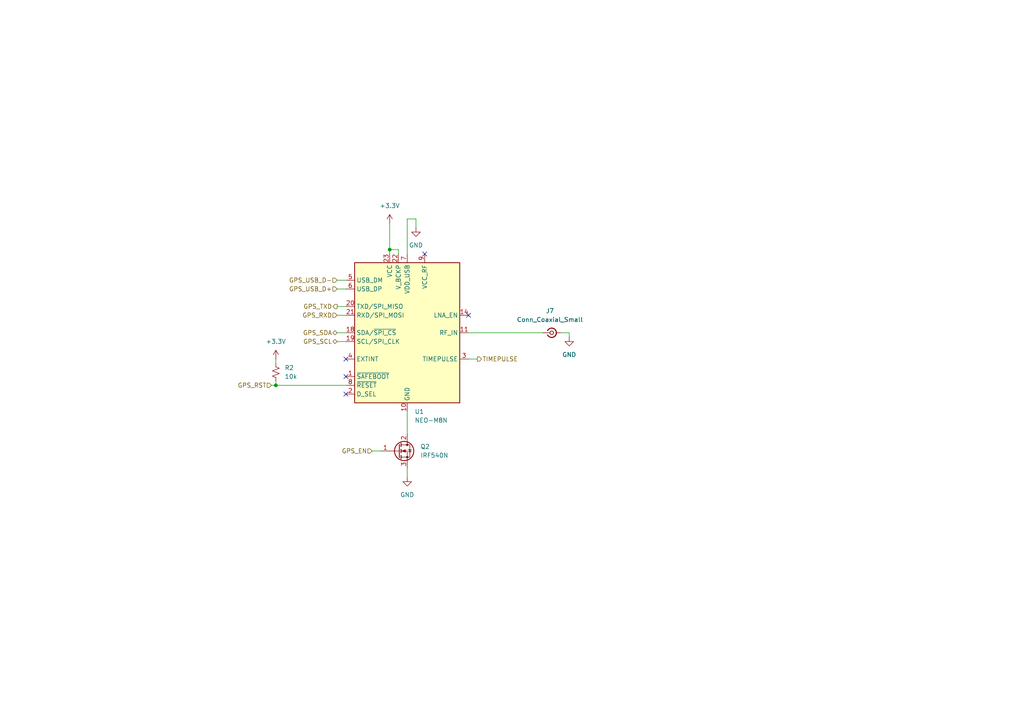
<source format=kicad_sch>
(kicad_sch (version 20250114) (generator "eeschema") (generator_version "9.0")
  (paper "A4")
  (lib_symbols
    (symbol "Connector:Conn_Coaxial_Small" (pin_numbers (hide yes)) (pin_names (offset 1.016) (hide yes))
      (property "Reference" "J" (at 0.254 3.048 0))
      (property "Value" "Conn_Coaxial_Small" (at 0 -3.81 0))
      (symbol "Conn_Coaxial_Small_0_1"
        (polyline (pts (xy -2.54 0) (xy -0.508 0)))
        (circle (center 0 0) (radius 0.508) (stroke (width 0.2032)))
      )
      (symbol "Conn_Coaxial_Small_1_1"
        (arc (start 1.3484 0.0039) (mid 0.327 -1.308) (end -1.1916 -0.6311) (stroke (width 0.3048)))
        (arc (start -1.1916 0.6311) (mid 0.327 1.3081) (end 1.3484 -0.0039) (stroke (width 0.3048)))
        (pin passive line (at -2.54 0 0) (length 1.27) (name "In") (number "1"))
        (pin passive line (at 2.54 0 180) (length 1.27) (name "Ext") (number "2"))
      )
    )
    (symbol "Device:R_Small_US" (pin_numbers (hide yes)) (pin_names (offset 0.254) (hide yes))
      (property "Reference" "R" (at 0.762 0.508 0))
      (property "Value" "R_Small_US" (at 0.762 -1.016 0))
      (symbol "R_Small_US_1_1"
        (polyline (pts (xy 0 1.524) (xy 1.016 1.143) (xy 0 0.762) (xy -1.016 0.381) (xy 0 0)))
        (polyline (pts (xy 0 0) (xy 1.016 -0.381) (xy 0 -0.762) (xy -1.016 -1.143) (xy 0 -1.524)))
        (pin passive line (at 0 2.54 270) (length 1.016) (name "~") (number "1"))
        (pin passive line (at 0 -2.54 90) (length 1.016) (name "~") (number "2"))
      )
    )
    (symbol "RF_GPS:NEO-M8N"
      (property "Reference" "U" (at -13.97 21.59 0))
      (property "Value" "NEO-M8N" (at 11.43 21.59 0))
      (symbol "NEO-M8N_0_1"
        (rectangle (start -15.24 20.32) (end 15.24 -20.32) (stroke (width 0.254)) (fill (type background)))
      )
      (symbol "NEO-M8N_1_1"
        (pin bidirectional line (at -17.78 15.24 0) (length 2.54) (name "USB_DM") (number "5"))
        (pin bidirectional line (at -17.78 12.7 0) (length 2.54) (name "USB_DP") (number "6"))
        (pin output line (at -17.78 7.62 0) (length 2.54) (name "TXD/SPI_MISO") (number "20"))
        (pin input line (at -17.78 5.08 0) (length 2.54) (name "RXD/SPI_MOSI") (number "21"))
        (pin bidirectional line (at -17.78 0 0) (length 2.54) (name "SDA/~{SPI_CS}") (number "18"))
        (pin input line (at -17.78 -2.54 0) (length 2.54) (name "SCL/SPI_CLK") (number "19"))
        (pin input line (at -17.78 -7.62 0) (length 2.54) (name "EXTINT") (number "4"))
        (pin input line (at -17.78 -12.7 0) (length 2.54) (name "~{SAFEBOOT}") (number "1"))
        (pin input line (at -17.78 -15.24 0) (length 2.54) (name "~{RESET}") (number "8"))
        (pin input line (at -17.78 -17.78 0) (length 2.54) (name "D_SEL") (number "2"))
        (pin power_in line (at -5.08 22.86 270) (length 2.54) (name "VCC") (number "23"))
        (pin power_in line (at -2.54 22.86 270) (length 2.54) (name "V_BCKP") (number "22"))
        (pin power_in line (at 0 22.86 270) (length 2.54) (name "VDD_USB") (number "7"))
        (pin power_in line (at 0 -22.86 90) (length 2.54) (name "GND") (number "10"))
        (pin passive line (at 0 -22.86 90) (length 2.54) (hide yes) (name "GND") (number "12"))
        (pin passive line (at 0 -22.86 90) (length 2.54) (hide yes) (name "GND") (number "13"))
        (pin passive line (at 0 -22.86 90) (length 2.54) (hide yes) (name "GND") (number "24"))
        (pin power_out line (at 5.08 22.86 270) (length 2.54) (name "VCC_RF") (number "9"))
        (pin no_connect line (at 15.24 -10.16 180) (length 2.54) (hide yes) (name "RESERVED") (number "15"))
        (pin no_connect line (at 15.24 -12.7 180) (length 2.54) (hide yes) (name "RESERVED") (number "16"))
        (pin no_connect line (at 15.24 -15.24 180) (length 2.54) (hide yes) (name "RESERVED") (number "17"))
        (pin output line (at 17.78 5.08 180) (length 2.54) (name "LNA_EN") (number "14"))
        (pin input line (at 17.78 0 180) (length 2.54) (name "RF_IN") (number "11"))
        (pin output line (at 17.78 -7.62 180) (length 2.54) (name "TIMEPULSE") (number "3"))
      )
    )
    (symbol "Transistor_FET:IRF540N" (pin_names (hide yes))
      (property "Reference" "Q" (at 5.08 1.905 0))
      (property "Value" "IRF540N" (at 5.08 0 0))
      (symbol "IRF540N_0_1"
        (polyline (pts (xy 0.254 1.905) (xy 0.254 -1.905)) (stroke (width 0.254)))
        (polyline (pts (xy 0.254 0) (xy -2.54 0)))
        (polyline (pts (xy 0.762 2.286) (xy 0.762 1.27)) (stroke (width 0.254)))
        (polyline (pts (xy 0.762 0.508) (xy 0.762 -0.508)) (stroke (width 0.254)))
        (polyline (pts (xy 0.762 -1.27) (xy 0.762 -2.286)) (stroke (width 0.254)))
        (polyline (pts (xy 0.762 -1.778) (xy 3.302 -1.778) (xy 3.302 1.778) (xy 0.762 1.778)))
        (polyline (pts (xy 1.016 0) (xy 2.032 0.381) (xy 2.032 -0.381) (xy 1.016 0)) (fill (type outline)))
        (circle (center 1.651 0) (radius 2.794) (stroke (width 0.254)))
        (polyline (pts (xy 2.54 2.54) (xy 2.54 1.778)))
        (circle (center 2.54 1.778) (radius 0.254) (fill (type outline)))
        (circle (center 2.54 -1.778) (radius 0.254) (fill (type outline)))
        (polyline (pts (xy 2.54 -2.54) (xy 2.54 0) (xy 0.762 0)))
        (polyline (pts (xy 2.794 0.508) (xy 2.921 0.381) (xy 3.683 0.381) (xy 3.81 0.254)))
        (polyline (pts (xy 3.302 0.381) (xy 2.921 -0.254) (xy 3.683 -0.254) (xy 3.302 0.381)))
      )
      (symbol "IRF540N_1_1"
        (pin input line (at -5.08 0 0) (length 2.54) (name "G") (number "1"))
        (pin passive line (at 2.54 5.08 270) (length 2.54) (name "D") (number "2"))
        (pin passive line (at 2.54 -5.08 90) (length 2.54) (name "S") (number "3"))
      )
    )
    (symbol "power:+3.3V" (power) (pin_numbers (hide yes)) (pin_names (offset 0) (hide yes))
      (property "Value" "+3.3V" (at 0 3.556 0))
      (symbol "+3.3V_0_1"
        (polyline (pts (xy -0.762 1.27) (xy 0 2.54)))
        (polyline (pts (xy 0 2.54) (xy 0.762 1.27)))
        (polyline (pts (xy 0 0) (xy 0 2.54)))
      )
      (symbol "+3.3V_1_1"
        (pin power_in line (at 0 0 90) (length 0) (name "~") (number "1"))
      )
    )
    (symbol "power:GND" (power) (pin_numbers (hide yes)) (pin_names (offset 0) (hide yes))
      (property "Value" "GND" (at 0 -3.81 0))
      (symbol "GND_0_1"
        (polyline (pts (xy 0 0) (xy 0 -1.27) (xy 1.27 -1.27) (xy 0 -2.54) (xy -1.27 -1.27) (xy 0 -1.27)))
      )
      (symbol "GND_1_1"
        (pin power_in line (at 0 0 270) (length 0) (name "~") (number "1"))
      )
    )
  )
  (junction (at 113.03 72.39))
  (junction (at 80.01 111.76))
  (no_connect (at 135.89 91.44))
  (no_connect (at 100.33 114.3))
  (no_connect (at 100.33 109.22))
  (no_connect (at 123.19 73.66))
  (no_connect (at 100.33 104.14))
  (wire (pts (xy 97.79 81.28) (xy 100.33 81.28)))
  (wire (pts (xy 113.03 64.77) (xy 113.03 72.39)))
  (wire (pts (xy 118.11 119.38) (xy 118.11 125.73)))
  (wire (pts (xy 78.74 111.76) (xy 80.01 111.76)))
  (wire (pts (xy 118.11 63.5) (xy 120.65 63.5)))
  (wire (pts (xy 135.89 96.52) (xy 157.48 96.52)))
  (wire (pts (xy 97.79 99.06) (xy 100.33 99.06)))
  (wire (pts (xy 107.95 130.81) (xy 110.49 130.81)))
  (wire (pts (xy 80.01 111.76) (xy 100.33 111.76)))
  (wire (pts (xy 165.1 96.52) (xy 162.56 96.52)))
  (wire (pts (xy 115.57 73.66) (xy 115.57 72.39)))
  (wire (pts (xy 118.11 135.89) (xy 118.11 138.43)))
  (wire (pts (xy 118.11 73.66) (xy 118.11 63.5)))
  (wire (pts (xy 97.79 91.44) (xy 100.33 91.44)))
  (wire (pts (xy 80.01 104.14) (xy 80.01 105.41)))
  (wire (pts (xy 115.57 72.39) (xy 113.03 72.39)))
  (wire (pts (xy 97.79 88.9) (xy 100.33 88.9)))
  (wire (pts (xy 97.79 96.52) (xy 100.33 96.52)))
  (wire (pts (xy 113.03 72.39) (xy 113.03 73.66)))
  (wire (pts (xy 135.89 104.14) (xy 138.43 104.14)))
  (wire (pts (xy 120.65 63.5) (xy 120.65 66.04)))
  (wire (pts (xy 80.01 110.49) (xy 80.01 111.76)))
  (wire (pts (xy 97.79 83.82) (xy 100.33 83.82)))
  (wire (pts (xy 165.1 97.79) (xy 165.1 96.52)))
  (hierarchical_label "GPS_USB_D+" (shape input) (at 97.79 83.82 180))
  (hierarchical_label "GPS_EN" (shape input) (at 107.95 130.81 180))
  (hierarchical_label "GPS_RST" (shape input) (at 78.74 111.76 180))
  (hierarchical_label "GPS_USB_D-" (shape input) (at 97.79 81.28 180))
  (hierarchical_label "GPS_SDA" (shape bidirectional) (at 97.79 96.52 180))
  (hierarchical_label "GPS_TXD" (shape output) (at 97.79 88.9 180))
  (hierarchical_label "GPS_SCL" (shape bidirectional) (at 97.79 99.06 180))
  (hierarchical_label "TIMEPULSE" (shape output) (at 138.43 104.14 0))
  (hierarchical_label "GPS_RXD" (shape input) (at 97.79 91.44 180))
  (symbol (lib_id "Transistor_FET:IRF540N") (at 115.57 130.81 0) (unit 1)
    (property "Reference" "Q2" (at 121.92 129.5399 0) (effects (justify left)))
    (property "Value" "IRF540N" (at 121.92 132.0799 0) (effects (justify left)))
    (property "Footprint" "Package_TO_SOT_THT:TO-220-3_Vertical" (effects (hide yes)))
    (property "Datasheet" "http://www.irf.com/product-info/datasheets/data/irf540n.pdf" (effects (hide yes)))
    (property "Description" "33A Id, 100V Vds, HEXFET N-Channel MOSFET, TO-220" (effects (hide yes)))
  )
  (symbol (lib_id "RF_GPS:NEO-M8N") (at 118.11 96.52 0) (unit 1)
    (property "Reference" "U1" (at 120.2533 119.38 0) (effects (justify left)))
    (property "Value" "NEO-M8N" (at 120.2533 121.92 0) (effects (justify left)))
    (property "Footprint" "RF_GPS:ublox_NEO" (effects (hide yes)))
    (property "Datasheet" "https://content.u-blox.com/sites/default/files/NEO-M8-FW3_DataSheet_UBX-15031086.pdf" (effects (hide yes)))
    (property "Description" "GNSS Module NEO M8, VCC 2.7V to 3.6V" (effects (hide yes)))
  )
  (symbol (lib_id "power:GND") (at 118.11 138.43 0) (unit 1)
    (property "Reference" "#PWR016" (effects (hide yes)))
    (property "Value" "GND" (at 118.11 143.51 0))
    (property "Description" "Power symbol creates a global label with name \"GND\" , ground" (effects (hide yes)))
  )
  (symbol (lib_id "Connector:Conn_Coaxial_Small") (at 160.02 96.52 0) (unit 1)
    (property "Reference" "J7" (at 159.5004 90.17 0))
    (property "Value" "Conn_Coaxial_Small" (at 159.5004 92.71 0))
    (property "Footprint" "Connector_Coaxial:U.FL_Molex_MCRF_73412-0110_Vertical" (effects (hide yes)))
    (property "Description" "small coaxial connector (BNC, SMA, SMB, SMC, Cinch/RCA, LEMO, ...)" (effects (hide yes)))
  )
  (symbol (lib_id "Device:R_Small_US") (at 80.01 107.95 0) (unit 1)
    (property "Reference" "R2" (at 82.55 106.6799 0) (effects (justify left)))
    (property "Value" "10k" (at 82.55 109.2199 0) (effects (justify left)))
    (property "Footprint" "Resistor_THT:R_Axial_DIN0207_L6.3mm_D2.5mm_P10.16mm_Horizontal" (effects (hide yes)))
    (property "Description" "Resistor, small US symbol" (effects (hide yes)))
  )
  (symbol (lib_id "power:GND") (at 120.65 66.04 0) (unit 1)
    (property "Reference" "#PWR037" (effects (hide yes)))
    (property "Value" "GND" (at 120.65 71.12 0))
    (property "Description" "Power symbol creates a global label with name \"GND\" , ground" (effects (hide yes)))
  )
  (symbol (lib_id "power:GND") (at 165.1 97.79 0) (unit 1)
    (property "Reference" "#PWR038" (effects (hide yes)))
    (property "Value" "GND" (at 165.1 102.87 0))
    (property "Description" "Power symbol creates a global label with name \"GND\" , ground" (effects (hide yes)))
  )
  (symbol (lib_id "power:+3.3V") (at 113.03 64.77 0) (unit 1)
    (property "Reference" "#PWR041" (effects (hide yes)))
    (property "Value" "+3.3V" (at 113.03 59.69 0))
    (property "Description" "Power symbol creates a global label with name \"+3.3V\"" (effects (hide yes)))
  )
  (symbol (lib_id "power:+3.3V") (at 80.01 104.14 0) (unit 1)
    (property "Reference" "#PWR042" (effects (hide yes)))
    (property "Value" "+3.3V" (at 80.01 99.06 0))
    (property "Description" "Power symbol creates a global label with name \"+3.3V\"" (effects (hide yes)))
  )
)
</source>
